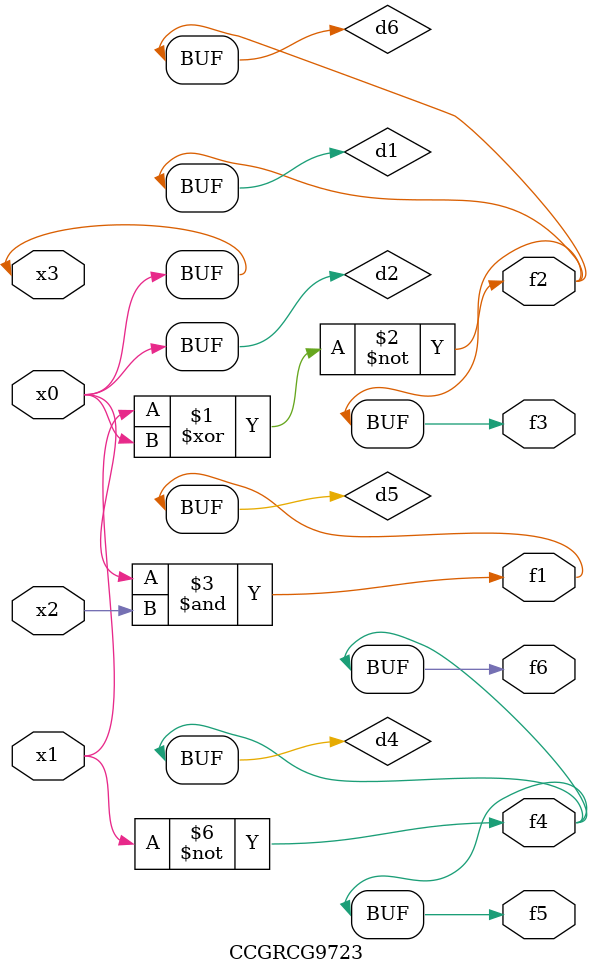
<source format=v>
module CCGRCG9723(
	input x0, x1, x2, x3,
	output f1, f2, f3, f4, f5, f6
);

	wire d1, d2, d3, d4, d5, d6;

	xnor (d1, x1, x3);
	buf (d2, x0, x3);
	nand (d3, x0, x2);
	not (d4, x1);
	nand (d5, d3);
	or (d6, d1);
	assign f1 = d5;
	assign f2 = d6;
	assign f3 = d6;
	assign f4 = d4;
	assign f5 = d4;
	assign f6 = d4;
endmodule

</source>
